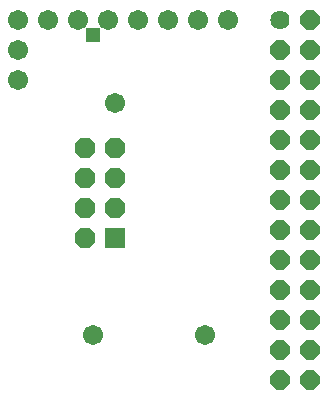
<source format=gbs>
G75*
%MOIN*%
%OFA0B0*%
%FSLAX24Y24*%
%IPPOS*%
%LPD*%
%AMOC8*
5,1,8,0,0,1.08239X$1,22.5*
%
%ADD10R,0.0680X0.0680*%
%ADD11OC8,0.0680*%
%ADD12C,0.0640*%
%ADD13OC8,0.0640*%
%ADD14C,0.0671*%
%ADD15R,0.0476X0.0476*%
D10*
X004680Y006430D03*
D11*
X004680Y007430D03*
X004680Y008430D03*
X004680Y009430D03*
X003680Y009430D03*
X003680Y008430D03*
X003680Y007430D03*
X003680Y006430D03*
D12*
X010180Y013680D03*
D13*
X010180Y012680D03*
X010180Y011680D03*
X010180Y010680D03*
X010180Y009680D03*
X010180Y008680D03*
X010180Y007680D03*
X010180Y006680D03*
X010180Y005680D03*
X010180Y004680D03*
X010180Y003680D03*
X010180Y002680D03*
X010180Y001680D03*
X011180Y001680D03*
X011180Y002680D03*
X011180Y003680D03*
X011180Y004680D03*
X011180Y005680D03*
X011180Y006680D03*
X011180Y007680D03*
X011180Y008680D03*
X011180Y009680D03*
X011180Y010680D03*
X011180Y011680D03*
X011180Y012680D03*
X011180Y013680D03*
D14*
X003930Y003180D03*
X007680Y003180D03*
X004680Y010930D03*
X004430Y013680D03*
X003430Y013680D03*
X002430Y013680D03*
X001430Y013680D03*
X001430Y012680D03*
X001430Y011680D03*
X005430Y013680D03*
X006430Y013680D03*
X007430Y013680D03*
X008430Y013680D03*
D15*
X003930Y013180D03*
M02*

</source>
